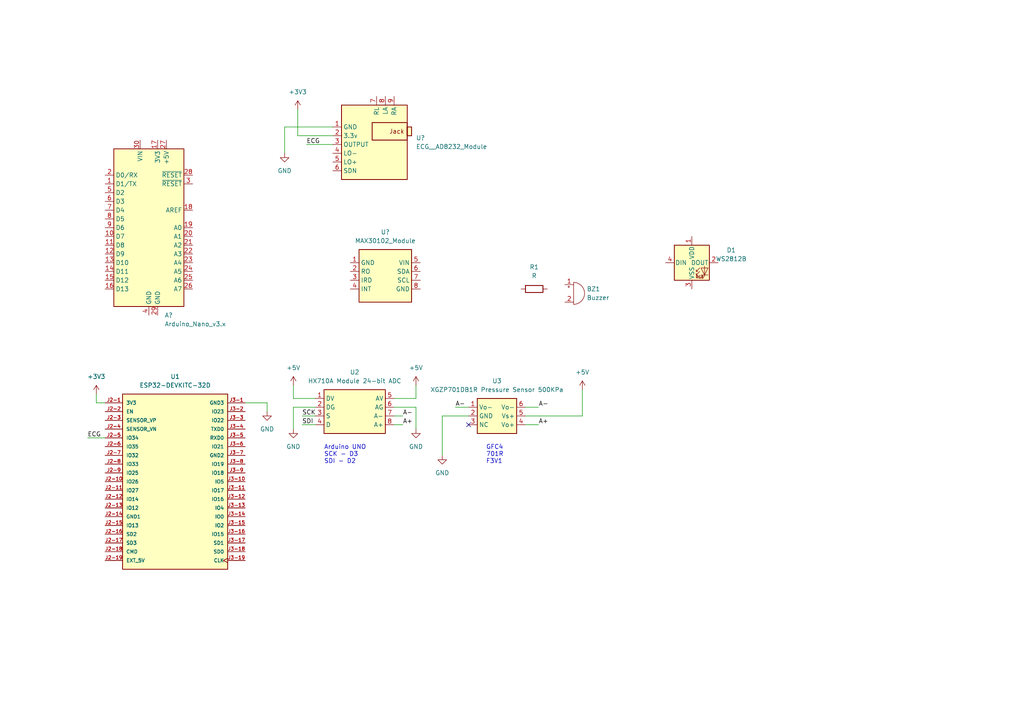
<source format=kicad_sch>
(kicad_sch (version 20230121) (generator eeschema)
  (paper "A4")
  (lib_symbols
    (symbol "Device:Buzzer" (pin_names (offset 0.0254) hide)
      (property "Reference" "BZ" (at 3.81 1.27 0))
      (property "Value" "Buzzer" (at 3.81 -1.27 0))
      (symbol "Buzzer_0_1"
        (arc (start 0 -3.175) (mid 3.1612 0) (end 0 3.175))
        (polyline (pts (xy -1.651 1.905) (xy -1.143 1.905)))
        (polyline (pts (xy -1.397 2.159) (xy -1.397 1.651)))
        (polyline (pts (xy 0 3.175) (xy 0 -3.175)))
      )
      (symbol "Buzzer_1_1"
        (pin passive line (at -2.54 2.54 0) (length 2.54) (name "+") (number "1"))
        (pin passive line (at -2.54 -2.54 0) (length 2.54) (name "-") (number "2"))
      )
    )
    (symbol "Device:R" (pin_numbers hide) (pin_names (offset 0))
      (property "Reference" "R" (at 2.032 0 90))
      (property "Value" "R" (at 0 0 90))
      (symbol "R_0_1"
        (rectangle (start -1.016 -2.54) (end 1.016 2.54) (stroke (width 0.254)))
      )
      (symbol "R_1_1"
        (pin passive line (at 0 3.81 270) (length 1.27) (name "~") (number "1"))
        (pin passive line (at 0 -3.81 90) (length 1.27) (name "~") (number "2"))
      )
    )
    (symbol "ESP32-DEVKITC-32D:ESP32-DEVKITC-32D" (pin_names (offset 1.016))
      (property "Reference" "U" (at -15.2572 26.0643 0))
      (property "Value" "ESP32-DEVKITC-32D" (at -15.2563 -27.9698 0))
      (symbol "ESP32-DEVKITC-32D_0_0"
        (rectangle (start -15.24 -25.4) (end 15.24 25.4) (stroke (width 0.254)) (fill (type background)))
        (pin power_in line (at -20.32 22.86 0) (length 5.08) (name "3V3") (number "J2-1"))
        (pin bidirectional line (at -20.32 0 0) (length 5.08) (name "IO26") (number "J2-10"))
        (pin bidirectional line (at -20.32 -2.54 0) (length 5.08) (name "IO27") (number "J2-11"))
        (pin bidirectional line (at -20.32 -5.08 0) (length 5.08) (name "IO14") (number "J2-12"))
        (pin bidirectional line (at -20.32 -7.62 0) (length 5.08) (name "IO12") (number "J2-13"))
        (pin power_in line (at -20.32 -10.16 0) (length 5.08) (name "GND1") (number "J2-14"))
        (pin bidirectional line (at -20.32 -12.7 0) (length 5.08) (name "IO13") (number "J2-15"))
        (pin bidirectional line (at -20.32 -15.24 0) (length 5.08) (name "SD2") (number "J2-16"))
        (pin bidirectional line (at -20.32 -17.78 0) (length 5.08) (name "SD3") (number "J2-17"))
        (pin bidirectional line (at -20.32 -20.32 0) (length 5.08) (name "CMD") (number "J2-18"))
        (pin power_in line (at -20.32 -22.86 0) (length 5.08) (name "EXT_5V") (number "J2-19"))
        (pin input line (at -20.32 20.32 0) (length 5.08) (name "EN") (number "J2-2"))
        (pin input line (at -20.32 17.78 0) (length 5.08) (name "SENSOR_VP") (number "J2-3"))
        (pin input line (at -20.32 15.24 0) (length 5.08) (name "SENSOR_VN") (number "J2-4"))
        (pin bidirectional line (at -20.32 12.7 0) (length 5.08) (name "IO34") (number "J2-5"))
        (pin bidirectional line (at -20.32 10.16 0) (length 5.08) (name "IO35") (number "J2-6"))
        (pin bidirectional line (at -20.32 7.62 0) (length 5.08) (name "IO32") (number "J2-7"))
        (pin bidirectional line (at -20.32 5.08 0) (length 5.08) (name "IO33") (number "J2-8"))
        (pin bidirectional line (at -20.32 2.54 0) (length 5.08) (name "IO25") (number "J2-9"))
        (pin power_in line (at 20.32 22.86 180) (length 5.08) (name "GND3") (number "J3-1"))
        (pin bidirectional line (at 20.32 0 180) (length 5.08) (name "IO5") (number "J3-10"))
        (pin bidirectional line (at 20.32 -2.54 180) (length 5.08) (name "IO17") (number "J3-11"))
        (pin bidirectional line (at 20.32 -5.08 180) (length 5.08) (name "IO16") (number "J3-12"))
        (pin bidirectional line (at 20.32 -7.62 180) (length 5.08) (name "IO4") (number "J3-13"))
        (pin bidirectional line (at 20.32 -10.16 180) (length 5.08) (name "IO0") (number "J3-14"))
        (pin bidirectional line (at 20.32 -12.7 180) (length 5.08) (name "IO2") (number "J3-15"))
        (pin bidirectional line (at 20.32 -15.24 180) (length 5.08) (name "IO15") (number "J3-16"))
        (pin bidirectional line (at 20.32 -17.78 180) (length 5.08) (name "SD1") (number "J3-17"))
        (pin bidirectional line (at 20.32 -20.32 180) (length 5.08) (name "SD0") (number "J3-18"))
        (pin input clock (at 20.32 -22.86 180) (length 5.08) (name "CLK") (number "J3-19"))
        (pin bidirectional line (at 20.32 20.32 180) (length 5.08) (name "IO23") (number "J3-2"))
        (pin bidirectional line (at 20.32 17.78 180) (length 5.08) (name "IO22") (number "J3-3"))
        (pin output line (at 20.32 15.24 180) (length 5.08) (name "TXD0") (number "J3-4"))
        (pin input line (at 20.32 12.7 180) (length 5.08) (name "RXD0") (number "J3-5"))
        (pin bidirectional line (at 20.32 10.16 180) (length 5.08) (name "IO21") (number "J3-6"))
        (pin power_in line (at 20.32 7.62 180) (length 5.08) (name "GND2") (number "J3-7"))
        (pin bidirectional line (at 20.32 5.08 180) (length 5.08) (name "IO19") (number "J3-8"))
        (pin bidirectional line (at 20.32 2.54 180) (length 5.08) (name "IO18") (number "J3-9"))
      )
    )
    (symbol "LED:WS2812B" (pin_names (offset 0.254))
      (property "Reference" "D" (at 5.08 5.715 0))
      (property "Value" "WS2812B" (at 1.27 -5.715 0))
      (symbol "WS2812B_0_0"
        (text "RGB" (at 2.286 -4.191 0) (effects (font (size 0.762 0.762))))
      )
      (symbol "WS2812B_0_1"
        (polyline (pts (xy 1.27 -3.556) (xy 1.778 -3.556)))
        (polyline (pts (xy 1.27 -2.54) (xy 1.778 -2.54)))
        (polyline (pts (xy 4.699 -3.556) (xy 2.667 -3.556)))
        (polyline (pts (xy 2.286 -2.54) (xy 1.27 -3.556) (xy 1.27 -3.048)))
        (polyline (pts (xy 2.286 -1.524) (xy 1.27 -2.54) (xy 1.27 -2.032)))
        (polyline (pts (xy 3.683 -1.016) (xy 3.683 -3.556) (xy 3.683 -4.064)))
        (polyline (pts (xy 4.699 -1.524) (xy 2.667 -1.524) (xy 3.683 -3.556) (xy 4.699 -1.524)))
        (rectangle (start 5.08 5.08) (end -5.08 -5.08) (stroke (width 0.254)) (fill (type background)))
      )
      (symbol "WS2812B_1_1"
        (pin power_in line (at 0 7.62 270) (length 2.54) (name "VDD") (number "1"))
        (pin output line (at 7.62 0 180) (length 2.54) (name "DOUT") (number "2"))
        (pin power_in line (at 0 -7.62 90) (length 2.54) (name "VSS") (number "3"))
        (pin input line (at -7.62 0 0) (length 2.54) (name "DIN") (number "4"))
      )
    )
    (symbol "MCU_Module:Arduino_Nano_v3.x"
      (property "Reference" "A" (at -10.16 23.495 0))
      (property "Value" "Arduino_Nano_v3.x" (at 5.08 -24.13 0))
      (symbol "Arduino_Nano_v3.x_0_1"
        (rectangle (start -10.16 22.86) (end 10.16 -22.86) (stroke (width 0.254)) (fill (type background)))
      )
      (symbol "Arduino_Nano_v3.x_1_1"
        (pin bidirectional line (at -12.7 12.7 0) (length 2.54) (name "D1/TX") (number "1"))
        (pin bidirectional line (at -12.7 -2.54 0) (length 2.54) (name "D7") (number "10"))
        (pin bidirectional line (at -12.7 -5.08 0) (length 2.54) (name "D8") (number "11"))
        (pin bidirectional line (at -12.7 -7.62 0) (length 2.54) (name "D9") (number "12"))
        (pin bidirectional line (at -12.7 -10.16 0) (length 2.54) (name "D10") (number "13"))
        (pin bidirectional line (at -12.7 -12.7 0) (length 2.54) (name "D11") (number "14"))
        (pin bidirectional line (at -12.7 -15.24 0) (length 2.54) (name "D12") (number "15"))
        (pin bidirectional line (at -12.7 -17.78 0) (length 2.54) (name "D13") (number "16"))
        (pin power_out line (at 2.54 25.4 270) (length 2.54) (name "3V3") (number "17"))
        (pin input line (at 12.7 5.08 180) (length 2.54) (name "AREF") (number "18"))
        (pin bidirectional line (at 12.7 0 180) (length 2.54) (name "A0") (number "19"))
        (pin bidirectional line (at -12.7 15.24 0) (length 2.54) (name "D0/RX") (number "2"))
        (pin bidirectional line (at 12.7 -2.54 180) (length 2.54) (name "A1") (number "20"))
        (pin bidirectional line (at 12.7 -5.08 180) (length 2.54) (name "A2") (number "21"))
        (pin bidirectional line (at 12.7 -7.62 180) (length 2.54) (name "A3") (number "22"))
        (pin bidirectional line (at 12.7 -10.16 180) (length 2.54) (name "A4") (number "23"))
        (pin bidirectional line (at 12.7 -12.7 180) (length 2.54) (name "A5") (number "24"))
        (pin bidirectional line (at 12.7 -15.24 180) (length 2.54) (name "A6") (number "25"))
        (pin bidirectional line (at 12.7 -17.78 180) (length 2.54) (name "A7") (number "26"))
        (pin power_out line (at 5.08 25.4 270) (length 2.54) (name "+5V") (number "27"))
        (pin input line (at 12.7 15.24 180) (length 2.54) (name "~{RESET}") (number "28"))
        (pin power_in line (at 2.54 -25.4 90) (length 2.54) (name "GND") (number "29"))
        (pin input line (at 12.7 12.7 180) (length 2.54) (name "~{RESET}") (number "3"))
        (pin power_in line (at -2.54 25.4 270) (length 2.54) (name "VIN") (number "30"))
        (pin power_in line (at 0 -25.4 90) (length 2.54) (name "GND") (number "4"))
        (pin bidirectional line (at -12.7 10.16 0) (length 2.54) (name "D2") (number "5"))
        (pin bidirectional line (at -12.7 7.62 0) (length 2.54) (name "D3") (number "6"))
        (pin bidirectional line (at -12.7 5.08 0) (length 2.54) (name "D4") (number "7"))
        (pin bidirectional line (at -12.7 2.54 0) (length 2.54) (name "D5") (number "8"))
        (pin bidirectional line (at -12.7 0 0) (length 2.54) (name "D6") (number "9"))
      )
    )
    (symbol "New_Library:ECG__AD8232_Module"
      (property "Reference" "U" (at -8.89 11.43 0))
      (property "Value" "ECG__AD8232_Module" (at 0 -13.97 0))
      (symbol "ECG__AD8232_Module_0_0"
        (text "Jack " (at 6.35 2.54 0) (effects (font (size 1.27 1.27))))
      )
      (symbol "ECG__AD8232_Module_0_1"
        (rectangle (start -10.16 10.16) (end 8.89 -11.43) (stroke (width 0.254)) (fill (type background)))
        (rectangle (start -1.27 5.08) (end 8.89 0) (stroke (width 0.254)))
        (rectangle (start 8.89 3.81) (end 10.16 1.27) (stroke (width 0.254)) (fill (type background)))
      )
      (symbol "ECG__AD8232_Module_1_1"
        (pin power_in line (at -12.7 3.81 0) (length 2.54) (name "GND") (number "1"))
        (pin power_in line (at -12.7 1.27 0) (length 2.54) (name "3.3v") (number "2"))
        (pin output line (at -12.7 -1.27 0) (length 2.54) (name "OUTPUT") (number "3"))
        (pin bidirectional line (at -12.7 -3.81 0) (length 2.54) (name "LO-") (number "4"))
        (pin bidirectional line (at -12.7 -6.35 0) (length 2.54) (name "LO+") (number "5"))
        (pin bidirectional line (at -12.7 -8.89 0) (length 2.54) (name "SDN") (number "6"))
        (pin input line (at 0 12.7 270) (length 2.54) (name "RL") (number "7"))
        (pin input line (at 2.54 12.7 270) (length 2.54) (name "LA") (number "8"))
        (pin input line (at 5.08 12.7 270) (length 2.54) (name "RA") (number "9"))
      )
    )
    (symbol "New_Library:HX710A Module 24-bit ADC"
      (property "Reference" "U" (at -11.43 8.89 0))
      (property "Value" "HX710A Module 24-bit ADC" (at -3.81 6.35 0))
      (symbol "HX710A Module 24-bit ADC_0_1"
        (rectangle (start -12.7 3.81) (end 5.08 -8.89) (stroke (width 0.254)) (fill (type background)))
      )
      (symbol "HX710A Module 24-bit ADC_1_1"
        (pin bidirectional line (at -15.24 1.27 0) (length 2.54) (name "DV") (number "1"))
        (pin bidirectional line (at -15.24 -1.27 0) (length 2.54) (name "DG") (number "2"))
        (pin bidirectional line (at -15.24 -3.81 0) (length 2.54) (name "S") (number "3"))
        (pin bidirectional line (at -15.24 -6.35 0) (length 2.54) (name "D") (number "4"))
        (pin bidirectional line (at 7.62 1.27 180) (length 2.54) (name "AV") (number "5"))
        (pin bidirectional line (at 7.62 -1.27 180) (length 2.54) (name "AG") (number "6"))
        (pin bidirectional line (at 7.62 -3.81 180) (length 2.54) (name "A-") (number "7"))
        (pin bidirectional line (at 7.62 -6.35 180) (length 2.54) (name "A+") (number "8"))
      )
    )
    (symbol "New_Library:MAX30102_Module"
      (property "Reference" "U" (at -11.43 8.89 0))
      (property "Value" "MAX30102_Module" (at -3.81 6.35 0))
      (symbol "MAX30102_Module_0_1"
        (rectangle (start -12.7 5.08) (end 2.54 -10.16) (stroke (width 0.254)) (fill (type background)))
      )
      (symbol "MAX30102_Module_1_1"
        (pin power_in line (at -15.24 1.27 0) (length 2.54) (name "GND") (number "1"))
        (pin bidirectional line (at -15.24 -1.27 0) (length 2.54) (name "RO") (number "2"))
        (pin bidirectional line (at -15.24 -3.81 0) (length 2.54) (name "IRD") (number "3"))
        (pin bidirectional line (at -15.24 -6.35 0) (length 2.54) (name "INT") (number "4"))
        (pin power_in line (at 5.08 1.27 180) (length 2.54) (name "VIN") (number "5"))
        (pin bidirectional line (at 5.08 -1.27 180) (length 2.54) (name "SDA") (number "6"))
        (pin bidirectional line (at 5.08 -3.81 180) (length 2.54) (name "SCL") (number "7"))
        (pin power_in line (at 5.08 -6.35 180) (length 2.54) (name "GND") (number "8"))
      )
    )
    (symbol "New_Library:XGZP701DB1R Pressure Sensor 500KPa"
      (property "Reference" "U" (at -11.43 8.89 0))
      (property "Value" "XGZP701DB1R Pressure Sensor 500KPa" (at -3.81 6.35 0))
      (symbol "XGZP701DB1R Pressure Sensor 500KPa_0_1"
        (rectangle (start -12.7 3.81) (end -1.27 -6.35) (stroke (width 0.254)) (fill (type background)))
      )
      (symbol "XGZP701DB1R Pressure Sensor 500KPa_1_1"
        (pin bidirectional line (at -15.24 1.27 0) (length 2.54) (name "Vo-") (number "1"))
        (pin bidirectional line (at -15.24 -1.27 0) (length 2.54) (name "GND") (number "2"))
        (pin bidirectional line (at -15.24 -3.81 0) (length 2.54) (name "NC") (number "3"))
        (pin bidirectional line (at 1.27 -3.81 180) (length 2.54) (name "Vo+") (number "4"))
        (pin bidirectional line (at 1.27 -1.27 180) (length 2.54) (name "Vs+") (number "5"))
        (pin bidirectional line (at 1.27 1.27 180) (length 2.54) (name "Vo-") (number "6"))
      )
    )
    (symbol "power:+3V3" (power) (pin_names (offset 0))
      (property "Value" "+3V3" (at 0 3.556 0))
      (symbol "+3V3_0_1"
        (polyline (pts (xy -0.762 1.27) (xy 0 2.54)))
        (polyline (pts (xy 0 0) (xy 0 2.54)))
        (polyline (pts (xy 0 2.54) (xy 0.762 1.27)))
      )
      (symbol "+3V3_1_1"
        (pin power_in line (at 0 0 90) (length 0) hide (name "+3V3") (number "1"))
      )
    )
    (symbol "power:+5V" (power) (pin_names (offset 0))
      (property "Value" "+5V" (at 0 3.556 0))
      (symbol "+5V_0_1"
        (polyline (pts (xy -0.762 1.27) (xy 0 2.54)))
        (polyline (pts (xy 0 0) (xy 0 2.54)))
        (polyline (pts (xy 0 2.54) (xy 0.762 1.27)))
      )
      (symbol "+5V_1_1"
        (pin power_in line (at 0 0 90) (length 0) hide (name "+5V") (number "1"))
      )
    )
    (symbol "power:GND" (power) (pin_names (offset 0))
      (property "Value" "GND" (at 0 -3.81 0))
      (symbol "GND_0_1"
        (polyline (pts (xy 0 0) (xy 0 -1.27) (xy 1.27 -1.27) (xy 0 -2.54) (xy -1.27 -1.27) (xy 0 -1.27)))
      )
      (symbol "GND_1_1"
        (pin power_in line (at 0 0 270) (length 0) hide (name "GND") (number "1"))
      )
    )
  )
  (no_connect (at 135.89 123.19))
  (wire (pts (xy 85.09 118.11) (xy 91.44 118.11)))
  (wire (pts (xy 152.4 120.65) (xy 168.91 120.65)))
  (wire (pts (xy 87.63 120.65) (xy 91.44 120.65)))
  (wire (pts (xy 85.09 118.11) (xy 85.09 124.46)))
  (wire (pts (xy 114.3 115.57) (xy 120.65 115.57)))
  (wire (pts (xy 91.44 115.57) (xy 85.09 115.57)))
  (wire (pts (xy 114.3 120.65) (xy 116.84 120.65)))
  (wire (pts (xy 71.12 116.84) (xy 77.47 116.84)))
  (wire (pts (xy 27.94 114.3) (xy 27.94 116.84)))
  (wire (pts (xy 88.9 41.91) (xy 96.52 41.91)))
  (wire (pts (xy 120.65 111.76) (xy 120.65 115.57)))
  (wire (pts (xy 120.65 118.11) (xy 120.65 124.46)))
  (wire (pts (xy 135.89 120.65) (xy 128.27 120.65)))
  (wire (pts (xy 132.08 118.11) (xy 135.89 118.11)))
  (wire (pts (xy 96.52 39.37) (xy 86.36 39.37)))
  (wire (pts (xy 82.55 36.83) (xy 82.55 44.45)))
  (wire (pts (xy 85.09 111.76) (xy 85.09 115.57)))
  (wire (pts (xy 25.4 127) (xy 30.48 127)))
  (wire (pts (xy 168.91 113.03) (xy 168.91 120.65)))
  (wire (pts (xy 128.27 120.65) (xy 128.27 132.08)))
  (wire (pts (xy 82.55 36.83) (xy 96.52 36.83)))
  (wire (pts (xy 77.47 116.84) (xy 77.47 119.38)))
  (wire (pts (xy 152.4 118.11) (xy 156.21 118.11)))
  (wire (pts (xy 152.4 123.19) (xy 156.21 123.19)))
  (wire (pts (xy 86.36 31.75) (xy 86.36 39.37)))
  (wire (pts (xy 114.3 118.11) (xy 120.65 118.11)))
  (wire (pts (xy 30.48 116.84) (xy 27.94 116.84)))
  (wire (pts (xy 114.3 123.19) (xy 116.84 123.19)))
  (wire (pts (xy 87.63 123.19) (xy 91.44 123.19)))
  (text "GFC4\n701R\nF3V1" (at 140.97 134.62 0) (effects (font (size 1.27 1.27)) (justify left bottom)))
  (text "Arduino UNO\nSCK - D3\nSDI - D2" (at 93.98 134.62 0) (effects (font (size 1.27 1.27)) (justify left bottom)))
  (label "A+" (at 116.84 123.19 0))
  (label "A+" (at 156.21 123.19 0))
  (label "ECG" (at 25.4 127 0))
  (label "ECG" (at 88.9 41.91 0))
  (label "A-" (at 116.84 120.65 0))
  (label "SDI" (at 87.63 123.19 0))
  (label "SCK" (at 87.63 120.65 0))
  (label "A-" (at 156.21 118.11 0))
  (label "A-" (at 132.08 118.11 0))
  (symbol (lib_id "Device:Buzzer") (at 166.37 85.09 0) (unit 1)
    (property "Reference" "BZ1" (at 170.18 83.82 0) (effects (justify left)))
    (property "Value" "Buzzer" (at 170.18 86.36 0) (effects (justify left)))
  )
  (symbol (lib_id "power:GND") (at 77.47 119.38 0) (unit 1)
    (property "Reference" "#PWR08" (effects hide))
    (property "Value" "GND" (at 77.47 124.46 0))
  )
  (symbol (lib_id "power:+3V3") (at 86.36 31.75 0) (unit 1)
    (property "Reference" "#PWR010" (effects hide))
    (property "Value" "+3V3" (at 86.36 26.67 0))
  )
  (symbol (lib_id "power:GND") (at 120.65 124.46 0) (unit 1)
    (property "Reference" "#PWR03" (effects hide))
    (property "Value" "GND" (at 120.65 129.54 0))
  )
  (symbol (lib_id "power:+5V") (at 168.91 113.03 0) (unit 1)
    (property "Reference" "#PWR05" (effects hide))
    (property "Value" "+5V" (at 168.91 107.95 0))
  )
  (symbol (lib_id "New_Library:ECG__AD8232_Module") (at 109.22 40.64 0) (unit 1)
    (property "Reference" "U?" (at 120.65 40.0049 0) (effects (justify left)))
    (property "Value" "ECG__AD8232_Module" (at 120.65 42.5449 0) (effects (justify left)))
  )
  (symbol (lib_id "LED:WS2812B") (at 200.66 76.2 0) (unit 1)
    (property "Reference" "D1" (at 212.09 72.5521 0))
    (property "Value" "WS2812B" (at 212.09 75.0921 0))
    (property "Footprint" "LED_SMD:LED_WS2812B_PLCC4_5.0x5.0mm_P3.2mm" (effects hide))
    (property "Datasheet" "https://cdn-shop.adafruit.com/datasheets/WS2812B.pdf" (effects hide))
  )
  (symbol (lib_id "MCU_Module:Arduino_Nano_v3.x") (at 43.18 66.04 0) (unit 1)
    (property "Reference" "A?" (at 47.7394 91.44 0) (effects (justify left)))
    (property "Value" "Arduino_Nano_v3.x" (at 47.7394 93.98 0) (effects (justify left)))
    (property "Footprint" "Module:Arduino_Nano" (effects hide))
    (property "Datasheet" "http://www.mouser.com/pdfdocs/Gravitech_Arduino_Nano3_0.pdf" (effects hide))
  )
  (symbol (lib_id "power:+5V") (at 120.65 111.76 0) (unit 1)
    (property "Reference" "#PWR01" (effects hide))
    (property "Value" "+5V" (at 120.65 106.68 0))
  )
  (symbol (lib_id "New_Library:XGZP701DB1R Pressure Sensor 500KPa") (at 151.13 119.38 0) (unit 1)
    (property "Reference" "U3" (at 144.145 110.49 0))
    (property "Value" "XGZP701DB1R Pressure Sensor 500KPa" (at 144.145 113.03 0))
  )
  (symbol (lib_id "ESP32-DEVKITC-32D:ESP32-DEVKITC-32D") (at 50.8 139.7 0) (unit 1)
    (property "Reference" "U1" (at 50.8 109.22 0))
    (property "Value" "ESP32-DEVKITC-32D" (at 50.8 111.76 0))
    (property "Footprint" "ESP32-DEVKITC-32D:MODULE_ESP32-DEVKITC-32D" (effects hide))
    (property "MF" "Espressif Systems" (effects hide))
    (property "MAXIMUM_PACKAGE_HEIGHT" "N/A" (effects hide))
    (property "Package" "None" (effects hide))
    (property "Price" "None" (effects hide))
    (property "Check_prices" "https://www.snapeda.com/parts/ESP32-DEVKITC-32D/Espressif+Systems/view-part/?ref=eda" (effects hide))
    (property "STANDARD" "Manufacturer Recommendations" (effects hide))
    (property "PARTREV" "V4" (effects hide))
    (property "SnapEDA_Link" "https://www.snapeda.com/parts/ESP32-DEVKITC-32D/Espressif+Systems/view-part/?ref=snap" (effects hide))
    (property "MP" "ESP32-DEVKITC-32D" (effects hide))
    (property "Description" "\nWiFi Development Tools (802.11) ESP32 General Development Kit, ESP32-WROOM-32D on the board\n" (effects hide))
    (property "MANUFACTURER" "Espressif Systems" (effects hide))
    (property "Availability" "In Stock" (effects hide))
    (property "SNAPEDA_PN" "ESP32-DEVKITC-32D" (effects hide))
  )
  (symbol (lib_id "power:+3V3") (at 27.94 114.3 0) (unit 1)
    (property "Reference" "#PWR07" (effects hide))
    (property "Value" "+3V3" (at 27.94 109.22 0))
  )
  (symbol (lib_id "New_Library:HX710A Module 24-bit ADC") (at 106.68 116.84 0) (unit 1)
    (property "Reference" "U2" (at 102.87 107.95 0))
    (property "Value" "HX710A Module 24-bit ADC" (at 102.87 110.49 0))
  )
  (symbol (lib_id "Device:R") (at 154.94 83.82 90) (unit 1)
    (property "Reference" "R1" (at 154.94 77.47 90))
    (property "Value" "R" (at 154.94 80.01 90))
  )
  (symbol (lib_id "power:GND") (at 128.27 132.08 0) (unit 1)
    (property "Reference" "#PWR04" (effects hide))
    (property "Value" "GND" (at 128.27 137.16 0))
  )
  (symbol (lib_id "power:GND") (at 82.55 44.45 0) (unit 1)
    (property "Reference" "#PWR09" (effects hide))
    (property "Value" "GND" (at 82.55 49.53 0))
  )
  (symbol (lib_id "power:+5V") (at 85.09 111.76 0) (unit 1)
    (property "Reference" "#PWR02" (effects hide))
    (property "Value" "+5V" (at 85.09 106.68 0))
  )
  (symbol (lib_id "New_Library:MAX30102_Module") (at 116.84 77.47 0) (unit 1)
    (property "Reference" "U?" (at 111.76 67.31 0))
    (property "Value" "MAX30102_Module" (at 111.76 69.85 0))
  )
  (symbol (lib_id "power:GND") (at 85.09 124.46 0) (unit 1)
    (property "Reference" "#PWR06" (effects hide))
    (property "Value" "GND" (at 85.09 129.54 0))
  )
)
</source>
